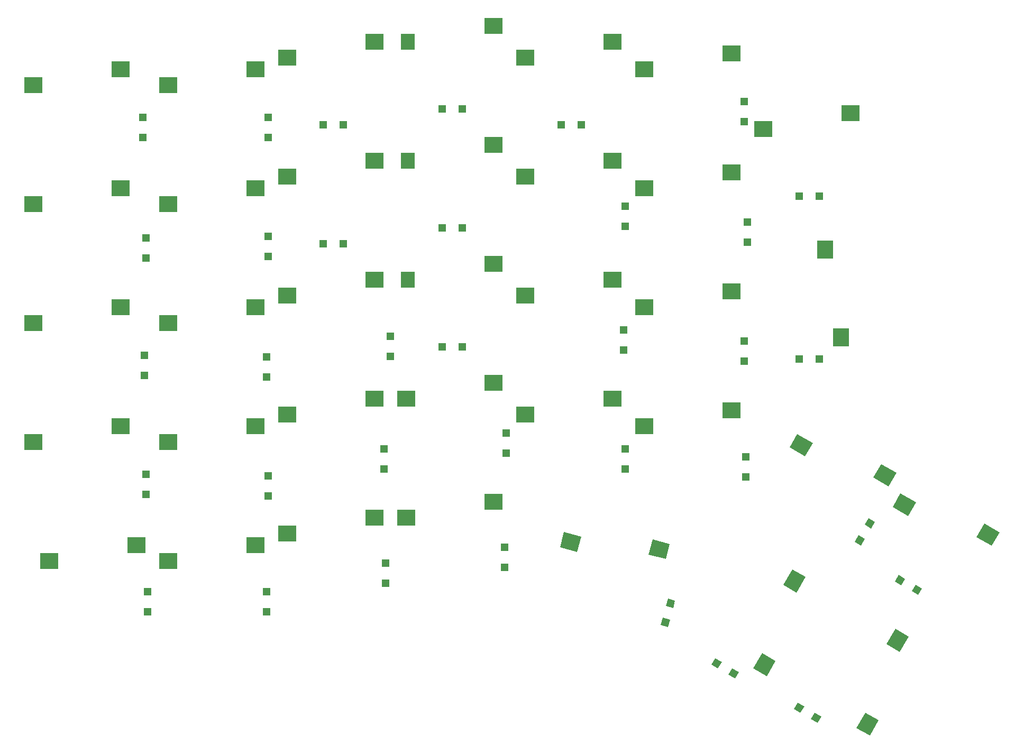
<source format=gbp>
G04 #@! TF.GenerationSoftware,KiCad,Pcbnew,(5.1.5)-3*
G04 #@! TF.CreationDate,2020-02-25T19:23:58+01:00*
G04 #@! TF.ProjectId,redox_rev1,7265646f-785f-4726-9576-312e6b696361,1.0*
G04 #@! TF.SameCoordinates,Original*
G04 #@! TF.FileFunction,Paste,Bot*
G04 #@! TF.FilePolarity,Positive*
%FSLAX46Y46*%
G04 Gerber Fmt 4.6, Leading zero omitted, Abs format (unit mm)*
G04 Created by KiCad (PCBNEW (5.1.5)-3) date 2020-02-25 19:23:58*
%MOMM*%
%LPD*%
G04 APERTURE LIST*
%ADD10R,2.850000X2.500000*%
%ADD11R,1.200000X1.200000*%
%ADD12R,2.250000X2.500000*%
%ADD13R,2.500000X2.850000*%
%ADD14C,0.100000*%
G04 APERTURE END LIST*
D10*
X98090000Y-80645000D03*
X84074000Y-83185000D03*
X105664000Y-121285000D03*
X119680000Y-118745000D03*
D11*
X101600000Y-69291000D03*
X101600000Y-72441000D03*
X209855000Y-107950000D03*
X206705000Y-107950000D03*
D12*
X144064000Y-76200000D03*
D10*
X157780000Y-73660000D03*
X105664000Y-64135000D03*
X119680000Y-61595000D03*
X98090000Y-61595000D03*
X84074000Y-64135000D03*
X124714000Y-78740000D03*
X138730000Y-76200000D03*
X124714000Y-116840000D03*
X138730000Y-114300000D03*
X124714000Y-59690000D03*
X138730000Y-57150000D03*
X162814000Y-59690000D03*
X176830000Y-57150000D03*
X181864000Y-61595000D03*
X195880000Y-59055000D03*
X200914000Y-71120000D03*
X214930000Y-68580000D03*
X105664000Y-83185000D03*
X119680000Y-80645000D03*
X162814000Y-78740000D03*
X176830000Y-76200000D03*
X181864000Y-80645000D03*
X195880000Y-78105000D03*
D13*
X213360000Y-104440000D03*
X210820000Y-90424000D03*
D10*
X98090000Y-99695000D03*
X84074000Y-102235000D03*
X105664000Y-102235000D03*
X119680000Y-99695000D03*
X124714000Y-97790000D03*
X138730000Y-95250000D03*
X162814000Y-97790000D03*
X176830000Y-95250000D03*
X181864000Y-99695000D03*
X195880000Y-97155000D03*
D14*
G36*
X205121771Y-122122327D02*
G01*
X206371771Y-119957263D01*
X208839943Y-121382263D01*
X207589943Y-123547327D01*
X205121771Y-122122327D01*
G37*
G36*
X218529983Y-126930623D02*
G01*
X219779983Y-124765559D01*
X222248155Y-126190559D01*
X220998155Y-128355623D01*
X218529983Y-126930623D01*
G37*
D10*
X98090000Y-118745000D03*
X84074000Y-121285000D03*
X143764000Y-114300000D03*
X157780000Y-111760000D03*
X162814000Y-116840000D03*
X176830000Y-114300000D03*
X181864000Y-118745000D03*
X195880000Y-116205000D03*
D14*
G36*
X221631771Y-131647327D02*
G01*
X222881771Y-129482263D01*
X225349943Y-130907263D01*
X224099943Y-133072327D01*
X221631771Y-131647327D01*
G37*
G36*
X235039983Y-136455623D02*
G01*
X236289983Y-134290559D01*
X238758155Y-135715559D01*
X237508155Y-137880623D01*
X235039983Y-136455623D01*
G37*
D10*
X86614000Y-140335000D03*
X100630000Y-137795000D03*
X105664000Y-140335000D03*
X119680000Y-137795000D03*
X124714000Y-135890000D03*
X138730000Y-133350000D03*
X143764000Y-133350000D03*
X157780000Y-130810000D03*
D14*
G36*
X182568239Y-139257833D02*
G01*
X183215287Y-136843019D01*
X185968175Y-137580653D01*
X185321127Y-139995467D01*
X182568239Y-139257833D01*
G37*
G36*
X168372423Y-138083677D02*
G01*
X169019471Y-135668863D01*
X171772359Y-136406497D01*
X171125311Y-138821311D01*
X168372423Y-138083677D01*
G37*
G36*
X200729377Y-155029983D02*
G01*
X202894441Y-156279983D01*
X201469441Y-158748155D01*
X199304377Y-157498155D01*
X200729377Y-155029983D01*
G37*
G36*
X205537673Y-141621771D02*
G01*
X207702737Y-142871771D01*
X206277737Y-145339943D01*
X204112673Y-144089943D01*
X205537673Y-141621771D01*
G37*
G36*
X217239377Y-164554983D02*
G01*
X219404441Y-165804983D01*
X217979441Y-168273155D01*
X215814377Y-167023155D01*
X217239377Y-164554983D01*
G37*
G36*
X222047673Y-151146771D02*
G01*
X224212737Y-152396771D01*
X222787737Y-154864943D01*
X220622673Y-153614943D01*
X222047673Y-151146771D01*
G37*
D12*
X144064000Y-57150000D03*
D10*
X157780000Y-54610000D03*
D12*
X144064000Y-95250000D03*
D10*
X157780000Y-92710000D03*
D11*
X121666000Y-69291000D03*
X121666000Y-72441000D03*
X133655000Y-70485000D03*
X130505000Y-70485000D03*
X152705000Y-67945000D03*
X149555000Y-67945000D03*
X171755000Y-70485000D03*
X168605000Y-70485000D03*
X197866000Y-66751000D03*
X197866000Y-69901000D03*
X209855000Y-81915000D03*
X206705000Y-81915000D03*
X102108000Y-88595000D03*
X102108000Y-91745000D03*
X121666000Y-88341000D03*
X121666000Y-91491000D03*
X133655000Y-89535000D03*
X130505000Y-89535000D03*
X152705000Y-86995000D03*
X149555000Y-86995000D03*
X178816000Y-83515000D03*
X178816000Y-86665000D03*
X198374000Y-86055000D03*
X198374000Y-89205000D03*
X101854000Y-107391000D03*
X101854000Y-110541000D03*
X121412000Y-107645000D03*
X121412000Y-110795000D03*
X141224000Y-104343000D03*
X141224000Y-107493000D03*
X152705000Y-106045000D03*
X149555000Y-106045000D03*
X178562000Y-103327000D03*
X178562000Y-106477000D03*
X197866000Y-105105000D03*
X197866000Y-108255000D03*
D14*
G36*
X217737885Y-133452395D02*
G01*
X218777115Y-134052395D01*
X218177115Y-135091625D01*
X217137885Y-134491625D01*
X217737885Y-133452395D01*
G37*
G36*
X216162885Y-136180375D02*
G01*
X217202115Y-136780375D01*
X216602115Y-137819605D01*
X215562885Y-137219605D01*
X216162885Y-136180375D01*
G37*
D11*
X102108000Y-126441000D03*
X102108000Y-129591000D03*
X121666000Y-126695000D03*
X121666000Y-129845000D03*
X140208000Y-122377000D03*
X140208000Y-125527000D03*
X159766000Y-119837000D03*
X159766000Y-122987000D03*
X178816000Y-122377000D03*
X178816000Y-125527000D03*
X198120000Y-123647000D03*
X198120000Y-126797000D03*
D14*
G36*
X226338605Y-144712885D02*
G01*
X225738605Y-145752115D01*
X224699375Y-145152115D01*
X225299375Y-144112885D01*
X226338605Y-144712885D01*
G37*
G36*
X223610625Y-143137885D02*
G01*
X223010625Y-144177115D01*
X221971395Y-143577115D01*
X222571395Y-142537885D01*
X223610625Y-143137885D01*
G37*
D11*
X102362000Y-145237000D03*
X102362000Y-148387000D03*
X121412000Y-145237000D03*
X121412000Y-148387000D03*
X140462000Y-140665000D03*
X140462000Y-143815000D03*
X159512000Y-138125000D03*
X159512000Y-141275000D03*
D14*
G36*
X185657376Y-146333820D02*
G01*
X186816487Y-146644403D01*
X186505904Y-147803514D01*
X185346793Y-147492931D01*
X185657376Y-146333820D01*
G37*
G36*
X184842096Y-149376486D02*
G01*
X186001207Y-149687069D01*
X185690624Y-150846180D01*
X184531513Y-150535597D01*
X184842096Y-149376486D01*
G37*
G36*
X197001605Y-158047885D02*
G01*
X196401605Y-159087115D01*
X195362375Y-158487115D01*
X195962375Y-157447885D01*
X197001605Y-158047885D01*
G37*
G36*
X194273625Y-156472885D02*
G01*
X193673625Y-157512115D01*
X192634395Y-156912115D01*
X193234395Y-155872885D01*
X194273625Y-156472885D01*
G37*
G36*
X210209605Y-165159885D02*
G01*
X209609605Y-166199115D01*
X208570375Y-165599115D01*
X209170375Y-164559885D01*
X210209605Y-165159885D01*
G37*
G36*
X207481625Y-163584885D02*
G01*
X206881625Y-164624115D01*
X205842395Y-164024115D01*
X206442395Y-162984885D01*
X207481625Y-163584885D01*
G37*
M02*

</source>
